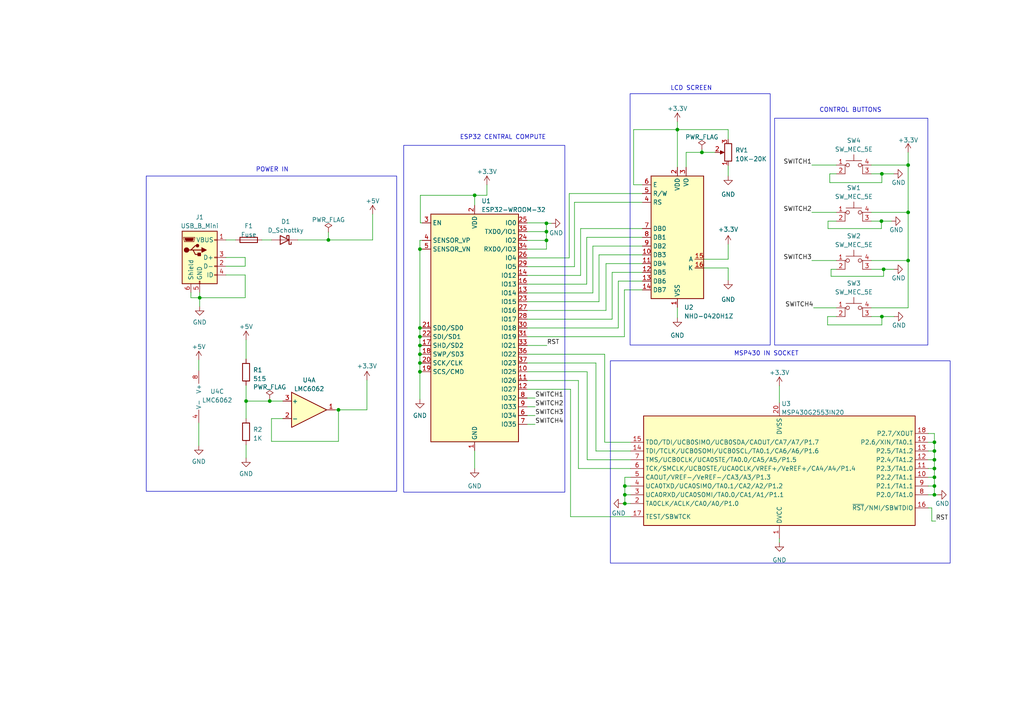
<source format=kicad_sch>
(kicad_sch (version 20230121) (generator eeschema)
  (paper "A4")
  (lib_symbols
    (symbol "Amplifier_Operational:LMC6062" (pin_names (offset 0.127))
      (property "Reference" "U4" (at 0 8.636 0))
      (property "Value" "LMC6062" (at 0 6.096 0))
      (symbol "LMC6062_1_1"
        (polyline (pts (xy -5.08 5.08) (xy 5.08 0) (xy -5.08 -5.08) (xy -5.08 5.08)) (stroke (width 0.254)) (fill (type background)))
        (pin power_out line (at 7.62 0 180) (length 2.54) (name "~") (number "1"))
        (pin input line (at -7.62 -2.54 0) (length 2.54) (name "-") (number "2"))
        (pin input line (at -7.62 2.54 0) (length 2.54) (name "+") (number "3"))
      )
      (symbol "LMC6062_2_1"
        (polyline (pts (xy -5.08 5.08) (xy 5.08 0) (xy -5.08 -5.08) (xy -5.08 5.08)) (stroke (width 0.254)) (fill (type background)))
        (pin input line (at -7.62 2.54 0) (length 2.54) (name "+") (number "5"))
        (pin input line (at -7.62 -2.54 0) (length 2.54) (name "-") (number "6"))
        (pin output line (at 7.62 0 180) (length 2.54) (name "~") (number "7"))
      )
      (symbol "LMC6062_3_1"
        (pin power_in line (at -2.54 -7.62 90) (length 3.81) (name "V-") (number "4"))
        (pin power_in line (at -2.54 7.62 270) (length 3.81) (name "V+") (number "8"))
      )
    )
    (symbol "Connector:USB_B_Mini" (pin_names (offset 1.016))
      (property "Reference" "J" (at -5.08 11.43 0))
      (property "Value" "USB_B_Mini" (at -5.08 8.89 0))
      (symbol "USB_B_Mini_0_1"
        (rectangle (start -5.08 -7.62) (end 5.08 7.62) (stroke (width 0.254)) (fill (type background)))
        (circle (center -3.81 2.159) (radius 0.635) (stroke (width 0.254)) (fill (type outline)))
        (circle (center -0.635 3.429) (radius 0.381) (stroke (width 0.254)) (fill (type outline)))
        (rectangle (start -0.127 -7.62) (end 0.127 -6.858))
        (polyline (pts (xy -1.905 2.159) (xy 0.635 2.159)) (stroke (width 0.254)))
        (polyline (pts (xy -3.175 2.159) (xy -2.54 2.159) (xy -1.27 3.429) (xy -0.635 3.429)) (stroke (width 0.254)))
        (polyline (pts (xy -2.54 2.159) (xy -1.905 2.159) (xy -1.27 0.889) (xy 0 0.889)) (stroke (width 0.254)))
        (polyline (pts (xy 0.635 2.794) (xy 0.635 1.524) (xy 1.905 2.159) (xy 0.635 2.794)) (stroke (width 0.254)) (fill (type outline)))
        (polyline (pts (xy -4.318 5.588) (xy -1.778 5.588) (xy -2.032 4.826) (xy -4.064 4.826) (xy -4.318 5.588)) (fill (type outline)))
        (polyline (pts (xy -4.699 5.842) (xy -4.699 5.588) (xy -4.445 4.826) (xy -4.445 4.572) (xy -1.651 4.572) (xy -1.651 4.826) (xy -1.397 5.588) (xy -1.397 5.842) (xy -4.699 5.842)))
        (rectangle (start 0.254 1.27) (end -0.508 0.508) (stroke (width 0.254)) (fill (type outline)))
        (rectangle (start 5.08 -5.207) (end 4.318 -4.953))
        (rectangle (start 5.08 -2.667) (end 4.318 -2.413))
        (rectangle (start 5.08 -0.127) (end 4.318 0.127))
        (rectangle (start 5.08 4.953) (end 4.318 5.207))
      )
      (symbol "USB_B_Mini_1_1"
        (pin power_out line (at 7.62 5.08 180) (length 2.54) (name "VBUS") (number "1"))
        (pin bidirectional line (at 7.62 -2.54 180) (length 2.54) (name "D-") (number "2"))
        (pin bidirectional line (at 7.62 0 180) (length 2.54) (name "D+") (number "3"))
        (pin passive line (at 7.62 -5.08 180) (length 2.54) (name "ID") (number "4"))
        (pin power_out line (at 0 -10.16 90) (length 2.54) (name "GND") (number "5"))
        (pin passive line (at -2.54 -10.16 90) (length 2.54) (name "Shield") (number "6"))
      )
    )
    (symbol "Device:D_Schottky" (pin_numbers hide) (pin_names (offset 1.016) hide)
      (property "Reference" "D" (at 0 2.54 0))
      (property "Value" "D_Schottky" (at 0 -2.54 0))
      (symbol "D_Schottky_0_1"
        (polyline (pts (xy 1.27 0) (xy -1.27 0)))
        (polyline (pts (xy 1.27 1.27) (xy 1.27 -1.27) (xy -1.27 0) (xy 1.27 1.27)) (stroke (width 0.254)))
        (polyline (pts (xy -1.905 0.635) (xy -1.905 1.27) (xy -1.27 1.27) (xy -1.27 -1.27) (xy -0.635 -1.27) (xy -0.635 -0.635)) (stroke (width 0.254)))
      )
      (symbol "D_Schottky_1_1"
        (pin passive line (at -3.81 0 0) (length 2.54) (name "K") (number "1"))
        (pin passive line (at 3.81 0 180) (length 2.54) (name "A") (number "2"))
      )
    )
    (symbol "Device:Fuse" (pin_numbers hide) (pin_names (offset 0))
      (property "Reference" "F" (at 2.032 0 90))
      (property "Value" "Fuse" (at -1.905 0 90))
      (symbol "Fuse_0_1"
        (rectangle (start -0.762 -2.54) (end 0.762 2.54) (stroke (width 0.254)))
        (polyline (pts (xy 0 2.54) (xy 0 -2.54)))
      )
      (symbol "Fuse_1_1"
        (pin passive line (at 0 3.81 270) (length 1.27) (name "~") (number "1"))
        (pin passive line (at 0 -3.81 90) (length 1.27) (name "~") (number "2"))
      )
    )
    (symbol "Device:R" (pin_numbers hide) (pin_names (offset 0))
      (property "Reference" "R" (at 2.032 0 90))
      (property "Value" "R" (at 0 0 90))
      (symbol "R_0_1"
        (rectangle (start -1.016 -2.54) (end 1.016 2.54) (stroke (width 0.254)))
      )
      (symbol "R_1_1"
        (pin passive line (at 0 3.81 270) (length 1.27) (name "~") (number "1"))
        (pin passive line (at 0 -3.81 90) (length 1.27) (name "~") (number "2"))
      )
    )
    (symbol "Device:R_Potentiometer" (pin_names (offset 1.016) hide)
      (property "Reference" "RV" (at -4.445 0 90))
      (property "Value" "R_Potentiometer" (at -2.54 0 90))
      (symbol "R_Potentiometer_0_1"
        (polyline (pts (xy 2.54 0) (xy 1.524 0)))
        (polyline (pts (xy 1.143 0) (xy 2.286 0.508) (xy 2.286 -0.508) (xy 1.143 0)) (fill (type outline)))
        (rectangle (start 1.016 2.54) (end -1.016 -2.54) (stroke (width 0.254)))
      )
      (symbol "R_Potentiometer_1_1"
        (pin passive line (at 0 3.81 270) (length 1.27) (name "1") (number "1"))
        (pin passive line (at 3.81 0 180) (length 1.27) (name "2") (number "2"))
        (pin passive line (at 0 -3.81 90) (length 1.27) (name "3") (number "3"))
      )
    )
    (symbol "Display_Character:NHD-0420H1Z"
      (property "Reference" "U2" (at 1.9559 -20.32 0))
      (property "Value" "NHD-0420H1Z" (at 1.9559 -22.86 0))
      (symbol "NHD-0420H1Z_0_1"
        (rectangle (start -7.62 17.78) (end 7.62 -17.78) (stroke (width 0.254)) (fill (type background)))
      )
      (symbol "NHD-0420H1Z_1_1"
        (pin power_in line (at 0 -20.32 90) (length 2.54) (name "VSS") (number "1"))
        (pin bidirectional line (at -10.16 -5.08 0) (length 2.54) (name "DB3") (number "10"))
        (pin bidirectional line (at -10.16 -7.62 0) (length 2.54) (name "DB4") (number "11"))
        (pin bidirectional line (at -10.16 -10.16 0) (length 2.54) (name "DB5") (number "12"))
        (pin bidirectional line (at -10.16 -12.7 0) (length 2.54) (name "DB6") (number "13"))
        (pin bidirectional line (at -10.16 -15.24 0) (length 2.54) (name "DB7") (number "14"))
        (pin passive line (at 7.62 -6.35 180) (length 2.54) (name "A") (number "15"))
        (pin passive line (at 7.62 -8.89 180) (length 2.54) (name "K") (number "16"))
        (pin power_in line (at 0 20.32 270) (length 2.54) (name "VDD") (number "2"))
        (pin power_in line (at 2.54 20.32 270) (length 2.54) (name "VO") (number "3"))
        (pin input line (at -10.16 10.16 0) (length 2.54) (name "RS") (number "4"))
        (pin input line (at -10.16 12.7 0) (length 2.54) (name "R/W") (number "5"))
        (pin input line (at -10.16 15.24 0) (length 2.54) (name "E") (number "6"))
        (pin bidirectional line (at -10.16 2.54 0) (length 2.54) (name "DB0") (number "7"))
        (pin bidirectional line (at -10.16 0 0) (length 2.54) (name "DB1") (number "8"))
        (pin bidirectional line (at -10.16 -2.54 0) (length 2.54) (name "DB2") (number "9"))
      )
    )
    (symbol "LMC6062_1" (pin_names (offset 0.127))
      (property "Reference" "U4" (at 0 8.636 0))
      (property "Value" "LMC6062" (at 0 6.096 0))
      (symbol "LMC6062_1_1_1"
        (polyline (pts (xy -5.08 5.08) (xy 5.08 0) (xy -5.08 -5.08) (xy -5.08 5.08)) (stroke (width 0.254)) (fill (type background)))
        (pin power_out line (at 7.62 0 180) (length 2.54) (name "~") (number "1"))
        (pin input line (at -7.62 -2.54 0) (length 2.54) (name "-") (number "2"))
        (pin input line (at -7.62 2.54 0) (length 2.54) (name "+") (number "3"))
      )
      (symbol "LMC6062_1_2_1"
        (polyline (pts (xy -5.08 5.08) (xy 5.08 0) (xy -5.08 -5.08) (xy -5.08 5.08)) (stroke (width 0.254)) (fill (type background)))
        (pin input line (at -7.62 2.54 0) (length 2.54) (name "+") (number "5"))
        (pin input line (at -7.62 -2.54 0) (length 2.54) (name "-") (number "6"))
        (pin output line (at 7.62 0 180) (length 2.54) (name "~") (number "7"))
      )
      (symbol "LMC6062_1_3_1"
        (pin power_in line (at -2.54 -7.62 90) (length 3.81) (name "V-") (number "4"))
        (pin power_in line (at -2.54 7.62 270) (length 3.81) (name "V+") (number "8"))
      )
    )
    (symbol "MCU_Texas_MSP430:MSP430G2553IN20"
      (property "Reference" "U" (at -38.1 17.78 0))
      (property "Value" "MSP430G2553IN20" (at 31.75 -16.51 0))
      (symbol "MSP430G2553IN20_0_1"
        (rectangle (start -39.37 16.51) (end 39.37 -15.24) (stroke (width 0.254)) (fill (type background)))
      )
      (symbol "MSP430G2553IN20_1_1"
        (pin power_in line (at 0 20.32 270) (length 3.81) (name "DVCC") (number "1"))
        (pin bidirectional line (at -43.18 2.54 0) (length 3.81) (name "P2.2/TA1.1") (number "10"))
        (pin bidirectional line (at -43.18 0 0) (length 3.81) (name "P2.3/TA1.0") (number "11"))
        (pin bidirectional line (at -43.18 -2.54 0) (length 3.81) (name "P2.4/TA1.2") (number "12"))
        (pin bidirectional line (at -43.18 -5.08 0) (length 3.81) (name "P2.5/TA1.2") (number "13"))
        (pin bidirectional line (at 43.18 -5.08 180) (length 3.81) (name "TDI/TCLK/UCB0SOMI/UCB0SCL/TA0.1/CA6/A6/P1.6") (number "14"))
        (pin bidirectional line (at 43.18 -7.62 180) (length 3.81) (name "TDO/TDI/UCB0SIMO/UCB0SDA/CAOUT/CA7/A7/P1.7") (number "15"))
        (pin input line (at -43.18 11.43 0) (length 3.81) (name "~{RST}/NMI/SBWTDIO") (number "16"))
        (pin input line (at 43.18 13.97 180) (length 3.81) (name "TEST/SBWTCK") (number "17"))
        (pin bidirectional line (at -43.18 -10.16 0) (length 3.81) (name "P2.7/XOUT") (number "18"))
        (pin bidirectional line (at -43.18 -7.62 0) (length 3.81) (name "P2.6/XIN/TA0.1") (number "19"))
        (pin bidirectional line (at 43.18 10.16 180) (length 3.81) (name "TA0CLK/ACLK/CA0/A0/P1.0") (number "2"))
        (pin power_in line (at 0 -19.05 90) (length 3.81) (name "DVSS") (number "20"))
        (pin bidirectional line (at 43.18 7.62 180) (length 3.81) (name "UCA0RXD/UCA0SOMI/TA0.0/CA1/A1/P1.1") (number "3"))
        (pin bidirectional line (at 43.18 5.08 180) (length 3.81) (name "UCA0TXD/UCA0SIMO/TA0.1/CA2/A2/P1.2") (number "4"))
        (pin bidirectional line (at 43.18 2.54 180) (length 3.81) (name "CAOUT/VREF-/VeREF-/CA3/A3/P1.3") (number "5"))
        (pin bidirectional line (at 43.18 0 180) (length 3.81) (name "TCK/SMCLK/UCB0STE/UCA0CLK/VREF+/VeREF+/CA4/A4/P1.4") (number "6"))
        (pin bidirectional line (at 43.18 -2.54 180) (length 3.81) (name "TMS/UCB0CLK/UCA0STE/TA0.0/CA5/A5/P1.5") (number "7"))
        (pin bidirectional line (at -43.18 7.62 0) (length 3.81) (name "P2.0/TA1.0") (number "8"))
        (pin bidirectional line (at -43.18 5.08 0) (length 3.81) (name "P2.1/TA1.1") (number "9"))
      )
    )
    (symbol "RF_Module:ESP32-WROOM-32"
      (property "Reference" "U" (at -12.7 34.29 0))
      (property "Value" "ESP32-WROOM-32" (at 1.27 34.29 0))
      (symbol "ESP32-WROOM-32_0_1"
        (rectangle (start -12.7 33.02) (end 12.7 -33.02) (stroke (width 0.254)) (fill (type background)))
      )
      (symbol "ESP32-WROOM-32_1_1"
        (pin power_in line (at 0 -35.56 90) (length 2.54) (name "GND") (number "1"))
        (pin bidirectional line (at 15.24 -12.7 180) (length 2.54) (name "IO25") (number "10"))
        (pin bidirectional line (at 15.24 -15.24 180) (length 2.54) (name "IO26") (number "11"))
        (pin bidirectional line (at 15.24 -17.78 180) (length 2.54) (name "IO27") (number "12"))
        (pin bidirectional line (at 15.24 10.16 180) (length 2.54) (name "IO14") (number "13"))
        (pin bidirectional line (at 15.24 15.24 180) (length 2.54) (name "IO12") (number "14"))
        (pin passive line (at 0 -35.56 90) (length 2.54) hide (name "GND") (number "15"))
        (pin bidirectional line (at 15.24 12.7 180) (length 2.54) (name "IO13") (number "16"))
        (pin bidirectional line (at -15.24 -5.08 0) (length 2.54) (name "SHD/SD2") (number "17"))
        (pin bidirectional line (at -15.24 -7.62 0) (length 2.54) (name "SWP/SD3") (number "18"))
        (pin bidirectional line (at -15.24 -12.7 0) (length 2.54) (name "SCS/CMD") (number "19"))
        (pin power_in line (at 0 35.56 270) (length 2.54) (name "VDD") (number "2"))
        (pin bidirectional line (at -15.24 -10.16 0) (length 2.54) (name "SCK/CLK") (number "20"))
        (pin bidirectional line (at -15.24 0 0) (length 2.54) (name "SDO/SD0") (number "21"))
        (pin bidirectional line (at -15.24 -2.54 0) (length 2.54) (name "SDI/SD1") (number "22"))
        (pin bidirectional line (at 15.24 7.62 180) (length 2.54) (name "IO15") (number "23"))
        (pin bidirectional line (at 15.24 25.4 180) (length 2.54) (name "IO2") (number "24"))
        (pin bidirectional line (at 15.24 30.48 180) (length 2.54) (name "IO0") (number "25"))
        (pin bidirectional line (at 15.24 20.32 180) (length 2.54) (name "IO4") (number "26"))
        (pin bidirectional line (at 15.24 5.08 180) (length 2.54) (name "IO16") (number "27"))
        (pin bidirectional line (at 15.24 2.54 180) (length 2.54) (name "IO17") (number "28"))
        (pin bidirectional line (at 15.24 17.78 180) (length 2.54) (name "IO5") (number "29"))
        (pin input line (at -15.24 30.48 0) (length 2.54) (name "EN") (number "3"))
        (pin bidirectional line (at 15.24 0 180) (length 2.54) (name "IO18") (number "30"))
        (pin bidirectional line (at 15.24 -2.54 180) (length 2.54) (name "IO19") (number "31"))
        (pin no_connect line (at -12.7 -27.94 0) (length 2.54) hide (name "NC") (number "32"))
        (pin bidirectional line (at 15.24 -5.08 180) (length 2.54) (name "IO21") (number "33"))
        (pin bidirectional line (at 15.24 22.86 180) (length 2.54) (name "RXD0/IO3") (number "34"))
        (pin bidirectional line (at 15.24 27.94 180) (length 2.54) (name "TXD0/IO1") (number "35"))
        (pin bidirectional line (at 15.24 -7.62 180) (length 2.54) (name "IO22") (number "36"))
        (pin bidirectional line (at 15.24 -10.16 180) (length 2.54) (name "IO23") (number "37"))
        (pin passive line (at 0 -35.56 90) (length 2.54) hide (name "GND") (number "38"))
        (pin passive line (at 0 -35.56 90) (length 2.54) hide (name "GND") (number "39"))
        (pin input line (at -15.24 25.4 0) (length 2.54) (name "SENSOR_VP") (number "4"))
        (pin input line (at -15.24 22.86 0) (length 2.54) (name "SENSOR_VN") (number "5"))
        (pin input line (at 15.24 -25.4 180) (length 2.54) (name "IO34") (number "6"))
        (pin input line (at 15.24 -27.94 180) (length 2.54) (name "IO35") (number "7"))
        (pin bidirectional line (at 15.24 -20.32 180) (length 2.54) (name "IO32") (number "8"))
        (pin bidirectional line (at 15.24 -22.86 180) (length 2.54) (name "IO33") (number "9"))
      )
    )
    (symbol "Switch:SW_MEC_5E" (pin_names (offset 1.016) hide)
      (property "Reference" "SW" (at 0.635 5.715 0))
      (property "Value" "SW_MEC_5E" (at 0 -3.175 0))
      (symbol "SW_MEC_5E_0_1"
        (circle (center -1.778 2.54) (radius 0.508))
        (polyline (pts (xy -2.286 3.81) (xy 2.286 3.81)))
        (polyline (pts (xy 0 3.81) (xy 0 5.588)))
        (polyline (pts (xy -2.54 0) (xy -2.54 2.54) (xy -2.286 2.54)))
        (polyline (pts (xy 2.54 0) (xy 2.54 2.54) (xy 2.286 2.54)))
        (circle (center 1.778 2.54) (radius 0.508))
        (pin passive line (at -5.08 2.54 0) (length 2.54) (name "1") (number "1"))
        (pin passive line (at -5.08 0 0) (length 2.54) (name "2") (number "2"))
        (pin passive line (at 5.08 0 180) (length 2.54) (name "K") (number "3"))
        (pin passive line (at 5.08 2.54 180) (length 2.54) (name "A") (number "4"))
      )
    )
    (symbol "power:+3.3V" (power) (pin_names (offset 0))
      (property "Value" "+3.3V" (at 0 3.556 0))
      (symbol "+3.3V_0_1"
        (polyline (pts (xy -0.762 1.27) (xy 0 2.54)))
        (polyline (pts (xy 0 0) (xy 0 2.54)))
        (polyline (pts (xy 0 2.54) (xy 0.762 1.27)))
      )
      (symbol "+3.3V_1_1"
        (pin power_in line (at 0 0 90) (length 0) hide (name "+3.3V") (number "1"))
      )
    )
    (symbol "power:+5V" (power) (pin_names (offset 0))
      (property "Value" "+5V" (at 0 3.556 0))
      (symbol "+5V_0_1"
        (polyline (pts (xy -0.762 1.27) (xy 0 2.54)))
        (polyline (pts (xy 0 0) (xy 0 2.54)))
        (polyline (pts (xy 0 2.54) (xy 0.762 1.27)))
      )
      (symbol "+5V_1_1"
        (pin power_in line (at 0 0 90) (length 0) hide (name "+5V") (number "1"))
      )
    )
    (symbol "power:GND" (power) (pin_names (offset 0))
      (property "Value" "GND" (at 0 -3.81 0))
      (symbol "GND_0_1"
        (polyline (pts (xy 0 0) (xy 0 -1.27) (xy 1.27 -1.27) (xy 0 -2.54) (xy -1.27 -1.27) (xy 0 -1.27)))
      )
      (symbol "GND_1_1"
        (pin power_in line (at 0 0 270) (length 0) hide (name "GND") (number "1"))
      )
    )
    (symbol "power:PWR_FLAG" (power) (pin_numbers hide) (pin_names (offset 0) hide)
      (property "Value" "PWR_FLAG" (at 0 3.81 0))
      (symbol "PWR_FLAG_0_0"
        (pin power_out line (at 0 0 90) (length 0) (name "pwr") (number "1"))
      )
      (symbol "PWR_FLAG_0_1"
        (polyline (pts (xy 0 0) (xy 0 1.27) (xy -1.016 1.905) (xy 0 2.54) (xy 1.016 1.905) (xy 0 1.27)))
      )
    )
  )
  (junction (at 271.018 128.27))
  (junction (at 137.668 56.642))
  (junction (at 98.171 118.872))
  (junction (at 57.912 86.36))
  (junction (at 121.793 105.283))
  (junction (at 121.793 107.823))
  (junction (at 78.232 116.332))
  (junction (at 271.018 133.35))
  (junction (at 271.018 135.89))
  (junction (at 263.398 75.565))
  (junction (at 181.229 143.51))
  (junction (at 121.793 102.743))
  (junction (at 196.469 37.592))
  (junction (at 271.018 143.51))
  (junction (at 255.778 91.821))
  (junction (at 71.374 116.332))
  (junction (at 263.398 61.595))
  (junction (at 121.793 95.123))
  (junction (at 121.793 100.203))
  (junction (at 121.793 72.263))
  (junction (at 181.229 146.05))
  (junction (at 95.25 69.596))
  (junction (at 255.778 50.419))
  (junction (at 203.581 44.196))
  (junction (at 271.018 140.97))
  (junction (at 271.018 138.43))
  (junction (at 158.496 69.723))
  (junction (at 158.496 64.77))
  (junction (at 158.496 67.183))
  (junction (at 255.651 64.135))
  (junction (at 181.229 140.97))
  (junction (at 263.398 47.879))
  (junction (at 256.286 78.105))
  (junction (at 271.018 130.81))
  (junction (at 121.793 97.663))
  (wire (pts (xy 271.018 140.97) (xy 271.018 143.51)))
  (wire (pts (xy 204.089 75.184) (xy 211.201 75.184)))
  (wire (pts (xy 172.847 105.283) (xy 172.847 130.81)))
  (wire (pts (xy 108.077 69.596) (xy 108.077 62.103)))
  (wire (pts (xy 263.398 75.565) (xy 263.398 89.281)))
  (wire (pts (xy 196.469 35.306) (xy 196.469 37.592)))
  (wire (pts (xy 183.769 37.592) (xy 196.469 37.592)))
  (wire (pts (xy 271.907 143.51) (xy 271.018 143.51)))
  (wire (pts (xy 158.496 64.77) (xy 159.893 64.77)))
  (wire (pts (xy 121.793 95.123) (xy 121.793 97.663)))
  (wire (pts (xy 65.532 74.676) (xy 71.12 74.676)))
  (wire (pts (xy 152.908 115.443) (xy 155.194 115.443)))
  (wire (pts (xy 152.908 97.663) (xy 181.102 97.663)))
  (wire (pts (xy 152.908 64.643) (xy 158.496 64.643)))
  (wire (pts (xy 86.36 69.596) (xy 95.25 69.596)))
  (wire (pts (xy 181.229 146.05) (xy 182.88 146.05)))
  (wire (pts (xy 271.018 125.73) (xy 271.018 128.27)))
  (wire (pts (xy 165.1 56.134) (xy 186.309 56.134)))
  (wire (pts (xy 271.018 128.27) (xy 271.018 130.81)))
  (wire (pts (xy 177.546 78.994) (xy 177.546 92.583)))
  (wire (pts (xy 179.324 81.534) (xy 179.324 95.123)))
  (wire (pts (xy 211.201 77.724) (xy 211.201 81.28)))
  (wire (pts (xy 255.651 64.135) (xy 258.572 64.135)))
  (wire (pts (xy 211.201 37.592) (xy 196.469 37.592)))
  (wire (pts (xy 152.908 117.983) (xy 155.194 117.983)))
  (wire (pts (xy 121.793 107.823) (xy 122.428 107.823)))
  (wire (pts (xy 65.532 69.596) (xy 68.326 69.596)))
  (wire (pts (xy 182.88 133.35) (xy 170.307 133.35)))
  (wire (pts (xy 252.73 64.135) (xy 255.651 64.135)))
  (wire (pts (xy 269.24 130.81) (xy 271.018 130.81)))
  (wire (pts (xy 71.12 74.676) (xy 71.12 77.216)))
  (wire (pts (xy 57.912 86.36) (xy 57.912 88.9)))
  (wire (pts (xy 240.157 66.294) (xy 255.651 66.294)))
  (wire (pts (xy 122.428 69.723) (xy 121.793 69.723)))
  (wire (pts (xy 71.12 79.756) (xy 71.12 86.36)))
  (wire (pts (xy 121.793 97.663) (xy 121.793 100.203)))
  (wire (pts (xy 199.009 44.196) (xy 203.581 44.196)))
  (wire (pts (xy 71.12 77.216) (xy 65.532 77.216)))
  (wire (pts (xy 152.908 123.063) (xy 155.194 123.063)))
  (wire (pts (xy 177.546 78.994) (xy 186.309 78.994)))
  (wire (pts (xy 173.736 73.914) (xy 173.736 87.503)))
  (wire (pts (xy 242.57 91.821) (xy 240.03 91.821)))
  (wire (pts (xy 152.908 77.343) (xy 166.624 77.343)))
  (wire (pts (xy 180.594 146.05) (xy 181.229 146.05)))
  (wire (pts (xy 78.232 116.332) (xy 82.042 116.332)))
  (wire (pts (xy 168.402 66.294) (xy 186.309 66.294)))
  (wire (pts (xy 152.908 90.043) (xy 175.768 90.043)))
  (wire (pts (xy 252.73 50.419) (xy 255.778 50.419)))
  (wire (pts (xy 211.201 37.592) (xy 211.201 40.386)))
  (wire (pts (xy 240.665 50.419) (xy 240.665 52.959)))
  (wire (pts (xy 165.1 56.134) (xy 165.1 74.803)))
  (wire (pts (xy 175.387 102.743) (xy 175.387 128.27)))
  (wire (pts (xy 158.623 100.203) (xy 152.908 100.203)))
  (wire (pts (xy 106.426 118.872) (xy 106.426 110.236)))
  (wire (pts (xy 269.24 125.73) (xy 271.018 125.73)))
  (wire (pts (xy 152.908 72.263) (xy 158.496 72.263)))
  (wire (pts (xy 181.102 84.074) (xy 186.309 84.074)))
  (wire (pts (xy 196.469 89.154) (xy 196.469 92.202)))
  (wire (pts (xy 121.92 64.643) (xy 121.92 56.642)))
  (wire (pts (xy 137.668 130.683) (xy 137.668 135.89)))
  (wire (pts (xy 71.374 116.332) (xy 71.374 121.412)))
  (wire (pts (xy 263.398 47.879) (xy 263.398 61.595)))
  (wire (pts (xy 255.778 52.959) (xy 255.778 50.419)))
  (wire (pts (xy 57.658 122.682) (xy 57.658 129.286)))
  (wire (pts (xy 252.73 47.879) (xy 263.398 47.879)))
  (wire (pts (xy 181.229 140.97) (xy 181.229 143.51)))
  (wire (pts (xy 271.018 133.35) (xy 271.018 135.89)))
  (wire (pts (xy 168.402 66.294) (xy 168.402 79.883)))
  (wire (pts (xy 255.778 94.234) (xy 255.778 91.821)))
  (wire (pts (xy 203.581 43.307) (xy 203.581 44.196)))
  (wire (pts (xy 152.908 84.963) (xy 171.958 84.963)))
  (wire (pts (xy 240.03 94.234) (xy 255.778 94.234)))
  (wire (pts (xy 181.102 84.074) (xy 181.102 97.663)))
  (wire (pts (xy 173.736 73.914) (xy 186.309 73.914)))
  (wire (pts (xy 269.24 133.35) (xy 271.018 133.35)))
  (wire (pts (xy 252.73 61.595) (xy 263.398 61.595)))
  (wire (pts (xy 269.24 128.27) (xy 271.018 128.27)))
  (wire (pts (xy 152.908 82.423) (xy 170.18 82.423)))
  (wire (pts (xy 181.229 138.43) (xy 181.229 140.97)))
  (wire (pts (xy 137.668 56.642) (xy 137.668 59.563)))
  (wire (pts (xy 158.496 64.77) (xy 158.496 64.643)))
  (wire (pts (xy 71.12 86.36) (xy 57.912 86.36)))
  (wire (pts (xy 242.57 64.135) (xy 240.157 64.135)))
  (wire (pts (xy 241.046 80.137) (xy 256.286 80.137)))
  (wire (pts (xy 121.793 102.743) (xy 121.793 105.283)))
  (wire (pts (xy 182.88 130.81) (xy 172.847 130.81)))
  (wire (pts (xy 166.624 58.674) (xy 166.624 77.343)))
  (wire (pts (xy 256.286 78.105) (xy 259.207 78.105)))
  (wire (pts (xy 121.793 105.283) (xy 122.428 105.283)))
  (wire (pts (xy 242.57 78.105) (xy 241.046 78.105)))
  (wire (pts (xy 78.232 115.824) (xy 78.232 116.332)))
  (wire (pts (xy 235.458 75.565) (xy 242.57 75.565)))
  (wire (pts (xy 166.624 58.674) (xy 186.309 58.674)))
  (wire (pts (xy 121.92 56.642) (xy 137.668 56.642)))
  (wire (pts (xy 263.398 44.196) (xy 263.398 47.879)))
  (wire (pts (xy 242.57 50.419) (xy 240.665 50.419)))
  (wire (pts (xy 57.912 84.836) (xy 57.912 86.36)))
  (wire (pts (xy 182.88 135.89) (xy 167.767 135.89)))
  (wire (pts (xy 269.24 135.89) (xy 271.018 135.89)))
  (wire (pts (xy 78.74 128.016) (xy 98.171 128.016)))
  (wire (pts (xy 137.668 56.642) (xy 141.224 56.642)))
  (wire (pts (xy 57.658 104.394) (xy 57.658 107.442)))
  (wire (pts (xy 179.324 81.534) (xy 186.309 81.534)))
  (wire (pts (xy 71.374 129.032) (xy 71.374 132.842)))
  (wire (pts (xy 152.908 92.583) (xy 177.546 92.583)))
  (wire (pts (xy 196.469 37.592) (xy 196.469 48.514)))
  (wire (pts (xy 165.481 112.903) (xy 152.908 112.903)))
  (wire (pts (xy 271.018 143.51) (xy 269.24 143.51)))
  (wire (pts (xy 182.88 149.86) (xy 165.481 149.86)))
  (wire (pts (xy 255.651 66.294) (xy 255.651 64.135)))
  (wire (pts (xy 121.793 107.823) (xy 121.793 115.824)))
  (wire (pts (xy 170.18 68.834) (xy 186.309 68.834)))
  (wire (pts (xy 95.25 67.31) (xy 95.25 69.596)))
  (wire (pts (xy 182.88 128.27) (xy 175.387 128.27)))
  (wire (pts (xy 55.372 86.36) (xy 57.912 86.36)))
  (wire (pts (xy 186.309 53.594) (xy 183.769 53.594)))
  (wire (pts (xy 183.769 53.594) (xy 183.769 37.592)))
  (wire (pts (xy 171.958 71.374) (xy 171.958 84.963)))
  (wire (pts (xy 152.908 110.363) (xy 167.767 110.363)))
  (wire (pts (xy 158.496 64.77) (xy 158.496 67.183)))
  (wire (pts (xy 78.74 121.412) (xy 82.042 121.412)))
  (wire (pts (xy 252.73 91.821) (xy 255.778 91.821)))
  (wire (pts (xy 240.665 52.959) (xy 255.778 52.959)))
  (wire (pts (xy 252.73 75.565) (xy 263.398 75.565)))
  (wire (pts (xy 121.793 72.263) (xy 121.793 95.123)))
  (wire (pts (xy 270.256 151.13) (xy 270.256 147.32)))
  (wire (pts (xy 98.171 118.872) (xy 106.426 118.872)))
  (wire (pts (xy 158.496 72.263) (xy 158.496 69.723)))
  (wire (pts (xy 121.793 105.283) (xy 121.793 107.823)))
  (wire (pts (xy 78.74 121.412) (xy 78.74 128.016)))
  (wire (pts (xy 204.089 77.724) (xy 211.201 77.724)))
  (wire (pts (xy 152.908 69.723) (xy 158.496 69.723)))
  (wire (pts (xy 71.374 111.76) (xy 71.374 116.332)))
  (wire (pts (xy 152.908 67.183) (xy 158.496 67.183)))
  (wire (pts (xy 252.73 89.281) (xy 263.398 89.281)))
  (wire (pts (xy 235.966 89.281) (xy 242.57 89.281)))
  (wire (pts (xy 121.793 69.723) (xy 121.793 72.263)))
  (wire (pts (xy 256.286 80.137) (xy 256.286 78.105)))
  (wire (pts (xy 152.908 74.803) (xy 165.1 74.803)))
  (wire (pts (xy 252.73 78.105) (xy 256.286 78.105)))
  (wire (pts (xy 271.018 135.89) (xy 271.018 138.43)))
  (wire (pts (xy 122.428 64.643) (xy 121.92 64.643)))
  (wire (pts (xy 75.946 69.596) (xy 78.74 69.596)))
  (wire (pts (xy 240.03 91.821) (xy 240.03 94.234)))
  (wire (pts (xy 269.24 138.43) (xy 271.018 138.43)))
  (wire (pts (xy 141.224 53.594) (xy 141.224 56.642)))
  (wire (pts (xy 65.532 79.756) (xy 71.12 79.756)))
  (wire (pts (xy 71.374 116.332) (xy 78.232 116.332)))
  (wire (pts (xy 269.24 140.97) (xy 271.018 140.97)))
  (wire (pts (xy 182.88 138.43) (xy 181.229 138.43)))
  (wire (pts (xy 170.307 107.823) (xy 152.908 107.823)))
  (wire (pts (xy 97.282 118.872) (xy 98.171 118.872)))
  (wire (pts (xy 175.387 102.743) (xy 152.908 102.743)))
  (wire (pts (xy 199.009 48.514) (xy 199.009 44.196)))
  (wire (pts (xy 165.481 112.903) (xy 165.481 149.86)))
  (wire (pts (xy 121.793 102.743) (xy 122.428 102.743)))
  (wire (pts (xy 152.908 95.123) (xy 179.324 95.123)))
  (wire (pts (xy 270.256 147.32) (xy 269.24 147.32)))
  (wire (pts (xy 235.458 47.879) (xy 242.57 47.879)))
  (wire (pts (xy 158.496 69.723) (xy 158.496 67.183)))
  (wire (pts (xy 175.768 76.454) (xy 175.768 90.043)))
  (wire (pts (xy 121.793 95.123) (xy 122.428 95.123)))
  (wire (pts (xy 263.398 61.595) (xy 263.398 75.565)))
  (wire (pts (xy 172.847 105.283) (xy 152.908 105.283)))
  (wire (pts (xy 181.229 140.97) (xy 182.88 140.97)))
  (wire (pts (xy 122.428 72.263) (xy 121.793 72.263)))
  (wire (pts (xy 181.229 143.51) (xy 181.229 146.05)))
  (wire (pts (xy 255.778 91.821) (xy 259.334 91.821)))
  (wire (pts (xy 121.793 100.203) (xy 121.793 102.743)))
  (wire (pts (xy 271.018 138.43) (xy 271.018 140.97)))
  (wire (pts (xy 55.372 84.836) (xy 55.372 86.36)))
  (wire (pts (xy 167.767 110.363) (xy 167.767 135.89)))
  (wire (pts (xy 241.046 78.105) (xy 241.046 80.137)))
  (wire (pts (xy 235.458 61.595) (xy 242.57 61.595)))
  (wire (pts (xy 152.908 120.523) (xy 155.194 120.523)))
  (wire (pts (xy 121.793 100.203) (xy 122.428 100.203)))
  (wire (pts (xy 152.908 79.883) (xy 168.402 79.883)))
  (wire (pts (xy 175.768 76.454) (xy 186.309 76.454)))
  (wire (pts (xy 203.581 44.196) (xy 207.391 44.196)))
  (wire (pts (xy 171.958 71.374) (xy 186.309 71.374)))
  (wire (pts (xy 226.06 111.887) (xy 226.06 116.84)))
  (wire (pts (xy 240.157 64.135) (xy 240.157 66.294)))
  (wire (pts (xy 181.229 143.51) (xy 182.88 143.51)))
  (wire (pts (xy 98.171 118.872) (xy 98.171 128.016)))
  (wire (pts (xy 170.307 107.823) (xy 170.307 133.35)))
  (wire (pts (xy 71.374 98.552) (xy 71.374 104.14)))
  (wire (pts (xy 270.256 151.13) (xy 271.399 151.13)))
  (wire (pts (xy 121.793 97.663) (xy 122.428 97.663)))
  (wire (pts (xy 170.18 68.834) (xy 170.18 82.423)))
  (wire (pts (xy 255.778 50.419) (xy 259.207 50.419)))
  (wire (pts (xy 226.06 156.21) (xy 226.06 157.353)))
  (wire (pts (xy 211.201 48.006) (xy 211.201 51.054)))
  (wire (pts (xy 152.908 87.503) (xy 173.736 87.503)))
  (wire (pts (xy 211.201 75.184) (xy 211.201 70.866)))
  (wire (pts (xy 95.25 69.596) (xy 108.077 69.596)))
  (wire (pts (xy 271.018 130.81) (xy 271.018 133.35)))
  (rectangle (start 42.418 51.054) (end 115.062 142.494))
  (rectangle (start 117.094 42.164) (end 163.83 142.748))
  (rectangle (start 224.663 34.29) (end 269.113 100.076))
  (rectangle (start 182.753 27.178) (end 223.393 100.076))
  (rectangle (start 177.038 104.648) (end 275.59 163.322))
  (text "LCD SCREEN" (at 194.437 26.416 0) (effects (font (size 1.27 1.27)) (justify left bottom)))
  (text "POWER IN" (at 74.168 50.038 0) (effects (font (size 1.27 1.27)) (justify left bottom)))
  (text "CONTROL BUTTONS" (at 237.617 32.766 0) (effects (font (size 1.27 1.27)) (justify left bottom)))
  (text "MSP430 IN SOCKET" (at 212.852 103.378 0) (effects (font (size 1.27 1.27)) (justify left bottom)))
  (text "ESP32 CENTRAL COMPUTE" (at 133.35 40.64 0) (effects (font (size 1.27 1.27)) (justify left bottom)))
  (label "SWITCH2" (at 235.458 61.595 180))
  (label "RST" (at 158.623 100.203 0))
  (label "SWITCH1" (at 155.194 115.443 0))
  (label "SWITCH4" (at 235.966 89.281 180))
  (label "SWITCH4" (at 155.194 123.063 0))
  (label "SWITCH3" (at 155.194 120.523 0))
  (label "SWITCH3" (at 235.458 75.565 180))
  (label "SWITCH1" (at 235.458 47.879 180))
  (label "RST" (at 271.399 151.13 0))
  (label "SWITCH2" (at 155.194 117.983 0))
  (symbol (lib_id "power:GND") (at 258.572 64.135 90) (unit 1)
    (property "Reference" "#PWR023" (effects hide))
    (property "Value" "GND" (at 257.937 66.675 90) (effects (justify right)))
  )
  (symbol (lib_id "power:PWR_FLAG") (at 203.581 43.307 0) (unit 1)
    (property "Reference" "#FLG03" (effects hide))
    (property "Value" "PWR_FLAG" (at 203.581 39.751 0))
  )
  (symbol (lib_id "Switch:SW_MEC_5E") (at 247.65 78.105 0) (unit 1)
    (property "Reference" "SW2" (at 247.65 68.453 0))
    (property "Value" "SW_MEC_5E" (at 247.65 70.993 0))
    (property "Datasheet" "http://www.apem.com/int/index.php?controller=attachment&id_attachment=1371" (effects hide))
  )
  (symbol (lib_id "power:GND") (at 226.06 157.353 0) (unit 1)
    (property "Reference" "#PWR05" (effects hide))
    (property "Value" "GND" (at 226.06 162.433 0))
  )
  (symbol (lib_id "power:+3.3V") (at 211.201 70.866 0) (unit 1)
    (property "Reference" "#PWR016" (effects hide))
    (property "Value" "+3.3V" (at 211.201 66.548 0))
  )
  (symbol (lib_id "RF_Module:ESP32-WROOM-32") (at 137.668 95.123 0) (unit 1)
    (property "Reference" "U1" (at 139.6239 58.293 0) (effects (justify left)))
    (property "Value" "ESP32-WROOM-32" (at 139.6239 60.833 0) (effects (justify left)))
    (property "Footprint" "RF_Module:ESP32-WROOM-32" (effects hide))
    (property "Datasheet" "https://www.espressif.com/sites/default/files/documentation/esp32-wroom-32_datasheet_en.pdf" (effects hide))
  )
  (symbol (lib_id "power:GND") (at 211.201 51.054 0) (unit 1)
    (property "Reference" "#PWR017" (effects hide))
    (property "Value" "GND" (at 211.201 56.388 0))
  )
  (symbol (lib_id "power:GND") (at 271.907 143.51 90) (unit 1)
    (property "Reference" "#PWR020" (effects hide))
    (property "Value" "GND" (at 271.272 146.05 90) (effects (justify right)))
  )
  (symbol (lib_id "power:+3.3V") (at 263.398 44.196 0) (unit 1)
    (property "Reference" "#PWR014" (effects hide))
    (property "Value" "+3.3V" (at 263.398 40.64 0))
  )
  (symbol (lib_id "power:+3.3V") (at 226.06 111.887 0) (unit 1)
    (property "Reference" "#PWR06" (effects hide))
    (property "Value" "+3.3V" (at 226.06 108.077 0))
  )
  (symbol (lib_id "Display_Character:NHD-0420H1Z") (at 196.469 68.834 0) (unit 1)
    (property "Reference" "U2" (at 198.4249 89.154 0) (effects (justify left)))
    (property "Value" "NHD-0420H1Z" (at 198.4249 91.694 0) (effects (justify left)))
    (property "Footprint" "Display:NHD-0420H1Z" (effects hide))
    (property "Datasheet" "http://www.newhavendisplay.com/specs/NHD-0420H1Z-FSW-GBW-33V3.pdf" (effects hide))
  )
  (symbol (lib_id "power:GND") (at 57.912 88.9 0) (unit 1)
    (property "Reference" "#PWR08" (effects hide))
    (property "Value" "GND" (at 57.912 93.472 0))
  )
  (symbol (lib_id "Switch:SW_MEC_5E") (at 247.65 91.821 0) (unit 1)
    (property "Reference" "SW3" (at 247.65 82.169 0))
    (property "Value" "SW_MEC_5E" (at 247.65 84.709 0))
    (property "Datasheet" "http://www.apem.com/int/index.php?controller=attachment&id_attachment=1371" (effects hide))
  )
  (symbol (lib_id "power:GND") (at 259.334 91.821 90) (unit 1)
    (property "Reference" "#PWR025" (effects hide))
    (property "Value" "GND" (at 258.699 94.361 90) (effects (justify right)))
  )
  (symbol (lib_id "Device:R_Potentiometer") (at 211.201 44.196 180) (unit 1)
    (property "Reference" "RV1" (at 213.233 43.561 0) (effects (justify right)))
    (property "Value" "10K-20K" (at 213.233 46.101 0) (effects (justify right)))
  )
  (symbol (lib_id "power:+3.3V") (at 141.224 53.594 0) (unit 1)
    (property "Reference" "#PWR03" (effects hide))
    (property "Value" "+3.3V" (at 141.224 49.784 0))
  )
  (symbol (lib_id "power:GND") (at 57.658 129.286 0) (unit 1)
    (property "Reference" "#PWR010" (effects hide))
    (property "Value" "GND" (at 57.658 133.858 0))
  )
  (symbol (lib_id "power:GND") (at 196.469 92.202 0) (unit 1)
    (property "Reference" "#PWR01" (effects hide))
    (property "Value" "GND" (at 196.469 97.282 0))
  )
  (symbol (lib_id "power:GND") (at 259.207 78.105 90) (unit 1)
    (property "Reference" "#PWR022" (effects hide))
    (property "Value" "GND" (at 258.572 80.645 90) (effects (justify right)))
  )
  (symbol (lib_id "power:GND") (at 180.594 146.05 270) (unit 1)
    (property "Reference" "#PWR019" (effects hide))
    (property "Value" "GND" (at 181.483 148.844 90) (effects (justify right)))
  )
  (symbol (lib_id "power:+3.3V") (at 196.469 35.306 0) (unit 1)
    (property "Reference" "#PWR02" (effects hide))
    (property "Value" "+3.3V" (at 196.469 31.496 0))
  )
  (symbol (lib_name "LMC6062_1") (lib_id "Amplifier_Operational:LMC6062") (at 60.198 115.062 0) (unit 3)
    (property "Reference" "U4" (at 62.992 113.538 0))
    (property "Value" "LMC6062" (at 62.992 116.078 0))
    (property "Datasheet" "http://www.ti.com/lit/ds/symlink/lmc6062.pdf" (effects hide))
  )
  (symbol (lib_id "power:GND") (at 259.207 50.419 90) (unit 1)
    (property "Reference" "#PWR024" (effects hide))
    (property "Value" "GND" (at 258.572 52.959 90) (effects (justify right)))
  )
  (symbol (lib_id "MCU_Texas_MSP430:MSP430G2553IN20") (at 226.06 135.89 180) (unit 1)
    (property "Reference" "U3" (at 226.6441 117.094 0) (effects (justify right)))
    (property "Value" "MSP430G2553IN20" (at 226.6441 119.634 0) (effects (justify right)))
    (property "Footprint" "Package_DIP:DIP-20_W7.62mm" (effects hide))
    (property "Datasheet" "http://www.ti.com/lit/ds/symlink/msp430g2553.pdf" (effects hide))
  )
  (symbol (lib_id "power:GND") (at 137.668 135.89 0) (unit 1)
    (property "Reference" "#PWR04" (effects hide))
    (property "Value" "GND" (at 137.668 140.97 0))
  )
  (symbol (lib_id "power:GND") (at 121.793 115.824 0) (unit 1)
    (property "Reference" "#PWR018" (effects hide))
    (property "Value" "GND" (at 121.793 120.523 0))
  )
  (symbol (lib_id "power:+5V") (at 108.077 62.103 0) (unit 1)
    (property "Reference" "#PWR07" (effects hide))
    (property "Value" "+5V" (at 108.077 58.293 0))
  )
  (symbol (lib_id "power:GND") (at 211.201 81.28 0) (unit 1)
    (property "Reference" "#PWR015" (effects hide))
    (property "Value" "GND" (at 211.201 86.868 0))
  )
  (symbol (lib_id "Device:R") (at 71.374 107.95 0) (unit 1)
    (property "Reference" "R1" (at 73.406 107.315 0) (effects (justify left)))
    (property "Value" "515" (at 73.406 109.855 0) (effects (justify left)))
  )
  (symbol (lib_id "Device:D_Schottky") (at 82.55 69.596 180) (unit 1)
    (property "Reference" "D1" (at 82.8675 64.262 0))
    (property "Value" "D_Schottky" (at 82.8675 66.802 0))
  )
  (symbol (lib_id "Amplifier_Operational:LMC6062") (at 89.662 118.872 0) (unit 1)
    (property "Reference" "U4" (at 89.662 110.236 0))
    (property "Value" "LMC6062" (at 89.662 112.776 0))
    (property "Datasheet" "http://www.ti.com/lit/ds/symlink/lmc6062.pdf" (effects hide))
  )
  (symbol (lib_id "Device:Fuse") (at 72.136 69.596 90) (unit 1)
    (property "Reference" "F1" (at 72.136 65.532 90))
    (property "Value" "Fuse" (at 72.136 68.072 90))
  )
  (symbol (lib_id "power:+5V") (at 57.658 104.394 0) (unit 1)
    (property "Reference" "#PWR09" (effects hide))
    (property "Value" "+5V" (at 57.658 100.584 0))
  )
  (symbol (lib_id "Device:R") (at 71.374 125.222 0) (unit 1)
    (property "Reference" "R2" (at 73.406 124.587 0) (effects (justify left)))
    (property "Value" "1K" (at 73.406 127.127 0) (effects (justify left)))
  )
  (symbol (lib_id "Switch:SW_MEC_5E") (at 247.65 64.135 0) (unit 1)
    (property "Reference" "SW1" (at 247.65 54.483 0))
    (property "Value" "SW_MEC_5E" (at 247.65 57.023 0))
    (property "Datasheet" "http://www.apem.com/int/index.php?controller=attachment&id_attachment=1371" (effects hide))
  )
  (symbol (lib_id "power:GND") (at 71.374 132.842 0) (unit 1)
    (property "Reference" "#PWR012" (effects hide))
    (property "Value" "GND" (at 71.374 137.414 0))
  )
  (symbol (lib_id "power:+5V") (at 71.374 98.552 0) (unit 1)
    (property "Reference" "#PWR011" (effects hide))
    (property "Value" "+5V" (at 71.374 94.742 0))
  )
  (symbol (lib_id "power:GND") (at 159.893 64.77 90) (unit 1)
    (property "Reference" "#PWR021" (effects hide))
    (property "Value" "GND" (at 159.258 67.564 90) (effects (justify right)))
  )
  (symbol (lib_id "power:+3.3V") (at 106.426 110.236 0) (unit 1)
    (property "Reference" "#PWR013" (effects hide))
    (property "Value" "+3.3V" (at 106.426 106.172 0))
  )
  (symbol (lib_id "power:PWR_FLAG") (at 95.25 67.31 0) (unit 1)
    (property "Reference" "#FLG01" (effects hide))
    (property "Value" "PWR_FLAG" (at 95.25 63.754 0))
  )
  (symbol (lib_id "power:PWR_FLAG") (at 78.232 115.824 0) (unit 1)
    (property "Reference" "#FLG04" (effects hide))
    (property "Value" "PWR_FLAG" (at 78.232 112.268 0))
  )
  (symbol (lib_id "Connector:USB_B_Mini") (at 57.912 74.676 0) (unit 1)
    (property "Reference" "J1" (at 57.912 62.992 0))
    (property "Value" "USB_B_Mini" (at 57.912 65.532 0))
  )
  (symbol (lib_id "Switch:SW_MEC_5E") (at 247.65 50.419 0) (unit 1)
    (property "Reference" "SW4" (at 247.65 40.767 0))
    (property "Value" "SW_MEC_5E" (at 247.65 43.307 0))
    (property "Datasheet" "http://www.apem.com/int/index.php?controller=attachment&id_attachment=1371" (effects hide))
  )
)
</source>
